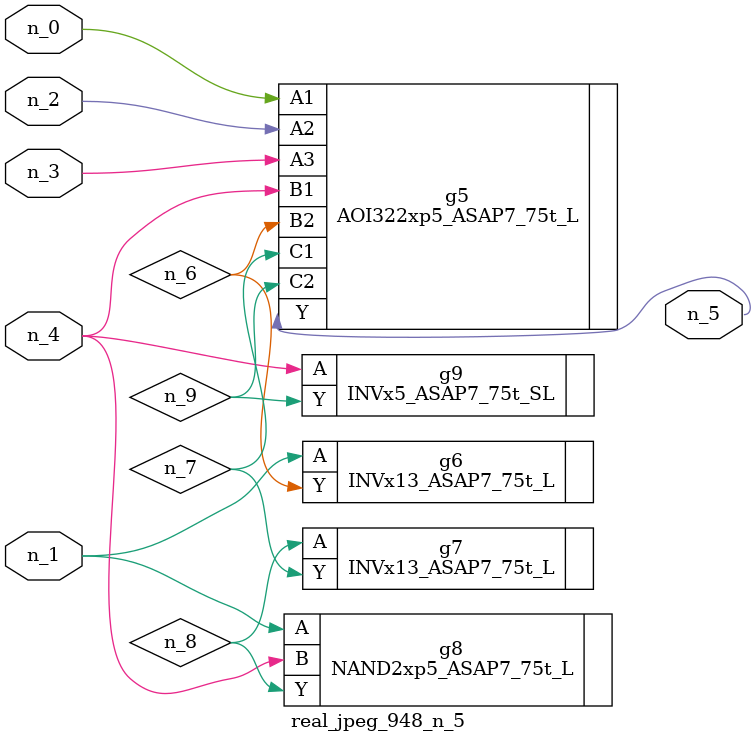
<source format=v>
module real_jpeg_948_n_5 (n_4, n_0, n_1, n_2, n_3, n_5);

input n_4;
input n_0;
input n_1;
input n_2;
input n_3;

output n_5;

wire n_8;
wire n_6;
wire n_7;
wire n_9;

AOI322xp5_ASAP7_75t_L g5 ( 
.A1(n_0),
.A2(n_2),
.A3(n_3),
.B1(n_4),
.B2(n_6),
.C1(n_7),
.C2(n_9),
.Y(n_5)
);

INVx13_ASAP7_75t_L g6 ( 
.A(n_1),
.Y(n_6)
);

NAND2xp5_ASAP7_75t_L g8 ( 
.A(n_1),
.B(n_4),
.Y(n_8)
);

INVx5_ASAP7_75t_SL g9 ( 
.A(n_4),
.Y(n_9)
);

INVx13_ASAP7_75t_L g7 ( 
.A(n_8),
.Y(n_7)
);


endmodule
</source>
